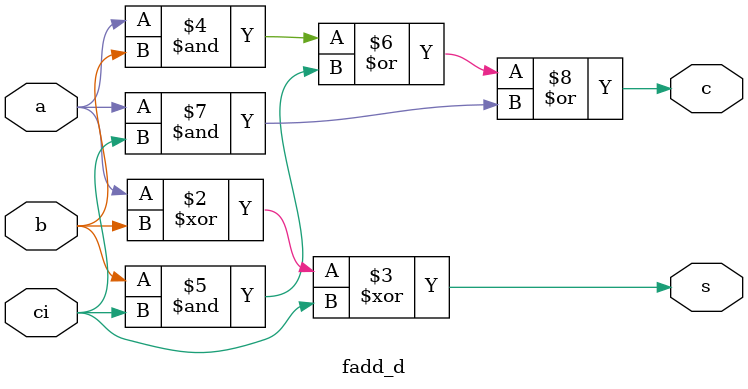
<source format=v>
module fadd_d (a,b,ci,s,c);
input a,b,ci;
output reg s,c;

always @(*)
begin 
	s=a^b^ci;
	c=(a&b)|(b&ci)|(a&ci);
end
endmodule 

</source>
